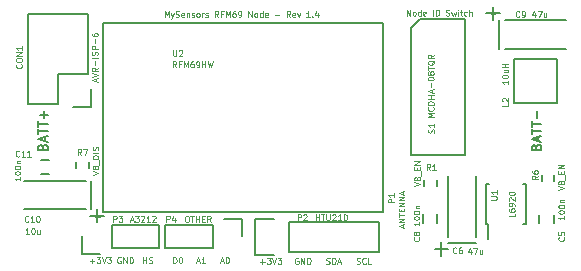
<source format=gto>
G04 #@! TF.FileFunction,Legend,Top*
%FSLAX46Y46*%
G04 Gerber Fmt 4.6, Leading zero omitted, Abs format (unit mm)*
G04 Created by KiCad (PCBNEW 4.0.4+e1-6308~48~ubuntu16.04.1-stable) date Fri Sep 23 12:35:51 2016*
%MOMM*%
%LPD*%
G01*
G04 APERTURE LIST*
%ADD10C,0.100000*%
%ADD11C,0.125000*%
%ADD12C,0.200000*%
%ADD13C,0.150000*%
%ADD14C,2.000000*%
%ADD15R,2.540000X2.540000*%
%ADD16C,2.540000*%
%ADD17R,0.600000X0.400000*%
%ADD18R,1.501140X2.148840*%
%ADD19R,0.750000X1.200000*%
%ADD20R,1.200000X0.750000*%
%ADD21R,1.270000X0.760000*%
%ADD22R,0.450000X1.450000*%
%ADD23R,3.000000X1.200000*%
%ADD24R,1.000000X3.000000*%
%ADD25C,1.998980*%
%ADD26R,1.727200X1.727200*%
%ADD27O,1.727200X1.727200*%
%ADD28R,2.148840X1.501140*%
%ADD29R,1.350000X1.350000*%
%ADD30C,1.350000*%
%ADD31R,1.727200X2.032000*%
%ADD32O,1.727200X2.032000*%
G04 APERTURE END LIST*
D10*
D11*
X111812408Y-78267690D02*
X111812408Y-77767690D01*
X111979074Y-78124833D01*
X112145741Y-77767690D01*
X112145741Y-78267690D01*
X112336218Y-77934357D02*
X112455265Y-78267690D01*
X112574313Y-77934357D02*
X112455265Y-78267690D01*
X112407646Y-78386738D01*
X112383837Y-78410548D01*
X112336218Y-78434357D01*
X112740979Y-78243881D02*
X112812408Y-78267690D01*
X112931455Y-78267690D01*
X112979074Y-78243881D01*
X113002884Y-78220071D01*
X113026693Y-78172452D01*
X113026693Y-78124833D01*
X113002884Y-78077214D01*
X112979074Y-78053405D01*
X112931455Y-78029595D01*
X112836217Y-78005786D01*
X112788598Y-77981976D01*
X112764789Y-77958167D01*
X112740979Y-77910548D01*
X112740979Y-77862929D01*
X112764789Y-77815310D01*
X112788598Y-77791500D01*
X112836217Y-77767690D01*
X112955265Y-77767690D01*
X113026693Y-77791500D01*
X113431455Y-78243881D02*
X113383836Y-78267690D01*
X113288598Y-78267690D01*
X113240979Y-78243881D01*
X113217169Y-78196262D01*
X113217169Y-78005786D01*
X113240979Y-77958167D01*
X113288598Y-77934357D01*
X113383836Y-77934357D01*
X113431455Y-77958167D01*
X113455264Y-78005786D01*
X113455264Y-78053405D01*
X113217169Y-78101024D01*
X113669550Y-77934357D02*
X113669550Y-78267690D01*
X113669550Y-77981976D02*
X113693359Y-77958167D01*
X113740978Y-77934357D01*
X113812407Y-77934357D01*
X113860026Y-77958167D01*
X113883835Y-78005786D01*
X113883835Y-78267690D01*
X114098121Y-78243881D02*
X114145740Y-78267690D01*
X114240978Y-78267690D01*
X114288597Y-78243881D01*
X114312407Y-78196262D01*
X114312407Y-78172452D01*
X114288597Y-78124833D01*
X114240978Y-78101024D01*
X114169550Y-78101024D01*
X114121931Y-78077214D01*
X114098121Y-78029595D01*
X114098121Y-78005786D01*
X114121931Y-77958167D01*
X114169550Y-77934357D01*
X114240978Y-77934357D01*
X114288597Y-77958167D01*
X114598121Y-78267690D02*
X114550502Y-78243881D01*
X114526693Y-78220071D01*
X114502883Y-78172452D01*
X114502883Y-78029595D01*
X114526693Y-77981976D01*
X114550502Y-77958167D01*
X114598121Y-77934357D01*
X114669550Y-77934357D01*
X114717169Y-77958167D01*
X114740978Y-77981976D01*
X114764788Y-78029595D01*
X114764788Y-78172452D01*
X114740978Y-78220071D01*
X114717169Y-78243881D01*
X114669550Y-78267690D01*
X114598121Y-78267690D01*
X114979074Y-78267690D02*
X114979074Y-77934357D01*
X114979074Y-78029595D02*
X115002883Y-77981976D01*
X115026693Y-77958167D01*
X115074312Y-77934357D01*
X115121931Y-77934357D01*
X115264788Y-78243881D02*
X115312407Y-78267690D01*
X115407645Y-78267690D01*
X115455264Y-78243881D01*
X115479074Y-78196262D01*
X115479074Y-78172452D01*
X115455264Y-78124833D01*
X115407645Y-78101024D01*
X115336217Y-78101024D01*
X115288598Y-78077214D01*
X115264788Y-78029595D01*
X115264788Y-78005786D01*
X115288598Y-77958167D01*
X115336217Y-77934357D01*
X115407645Y-77934357D01*
X115455264Y-77958167D01*
X116360026Y-78267690D02*
X116193359Y-78029595D01*
X116074312Y-78267690D02*
X116074312Y-77767690D01*
X116264788Y-77767690D01*
X116312407Y-77791500D01*
X116336216Y-77815310D01*
X116360026Y-77862929D01*
X116360026Y-77934357D01*
X116336216Y-77981976D01*
X116312407Y-78005786D01*
X116264788Y-78029595D01*
X116074312Y-78029595D01*
X116740978Y-78005786D02*
X116574312Y-78005786D01*
X116574312Y-78267690D02*
X116574312Y-77767690D01*
X116812407Y-77767690D01*
X117002883Y-78267690D02*
X117002883Y-77767690D01*
X117169549Y-78124833D01*
X117336216Y-77767690D01*
X117336216Y-78267690D01*
X117788597Y-77767690D02*
X117693359Y-77767690D01*
X117645740Y-77791500D01*
X117621931Y-77815310D01*
X117574312Y-77886738D01*
X117550502Y-77981976D01*
X117550502Y-78172452D01*
X117574312Y-78220071D01*
X117598121Y-78243881D01*
X117645740Y-78267690D01*
X117740978Y-78267690D01*
X117788597Y-78243881D01*
X117812407Y-78220071D01*
X117836216Y-78172452D01*
X117836216Y-78053405D01*
X117812407Y-78005786D01*
X117788597Y-77981976D01*
X117740978Y-77958167D01*
X117645740Y-77958167D01*
X117598121Y-77981976D01*
X117574312Y-78005786D01*
X117550502Y-78053405D01*
X118074311Y-78267690D02*
X118169549Y-78267690D01*
X118217168Y-78243881D01*
X118240978Y-78220071D01*
X118288597Y-78148643D01*
X118312406Y-78053405D01*
X118312406Y-77862929D01*
X118288597Y-77815310D01*
X118264787Y-77791500D01*
X118217168Y-77767690D01*
X118121930Y-77767690D01*
X118074311Y-77791500D01*
X118050502Y-77815310D01*
X118026692Y-77862929D01*
X118026692Y-77981976D01*
X118050502Y-78029595D01*
X118074311Y-78053405D01*
X118121930Y-78077214D01*
X118217168Y-78077214D01*
X118264787Y-78053405D01*
X118288597Y-78029595D01*
X118312406Y-77981976D01*
X118907644Y-78267690D02*
X118907644Y-77767690D01*
X119193358Y-78267690D01*
X119193358Y-77767690D01*
X119502882Y-78267690D02*
X119455263Y-78243881D01*
X119431454Y-78220071D01*
X119407644Y-78172452D01*
X119407644Y-78029595D01*
X119431454Y-77981976D01*
X119455263Y-77958167D01*
X119502882Y-77934357D01*
X119574311Y-77934357D01*
X119621930Y-77958167D01*
X119645739Y-77981976D01*
X119669549Y-78029595D01*
X119669549Y-78172452D01*
X119645739Y-78220071D01*
X119621930Y-78243881D01*
X119574311Y-78267690D01*
X119502882Y-78267690D01*
X120098120Y-78267690D02*
X120098120Y-77767690D01*
X120098120Y-78243881D02*
X120050501Y-78267690D01*
X119955263Y-78267690D01*
X119907644Y-78243881D01*
X119883835Y-78220071D01*
X119860025Y-78172452D01*
X119860025Y-78029595D01*
X119883835Y-77981976D01*
X119907644Y-77958167D01*
X119955263Y-77934357D01*
X120050501Y-77934357D01*
X120098120Y-77958167D01*
X120526692Y-78243881D02*
X120479073Y-78267690D01*
X120383835Y-78267690D01*
X120336216Y-78243881D01*
X120312406Y-78196262D01*
X120312406Y-78005786D01*
X120336216Y-77958167D01*
X120383835Y-77934357D01*
X120479073Y-77934357D01*
X120526692Y-77958167D01*
X120550501Y-78005786D01*
X120550501Y-78053405D01*
X120312406Y-78101024D01*
X121145739Y-78077214D02*
X121526691Y-78077214D01*
X122431453Y-78267690D02*
X122264786Y-78029595D01*
X122145739Y-78267690D02*
X122145739Y-77767690D01*
X122336215Y-77767690D01*
X122383834Y-77791500D01*
X122407643Y-77815310D01*
X122431453Y-77862929D01*
X122431453Y-77934357D01*
X122407643Y-77981976D01*
X122383834Y-78005786D01*
X122336215Y-78029595D01*
X122145739Y-78029595D01*
X122836215Y-78243881D02*
X122788596Y-78267690D01*
X122693358Y-78267690D01*
X122645739Y-78243881D01*
X122621929Y-78196262D01*
X122621929Y-78005786D01*
X122645739Y-77958167D01*
X122693358Y-77934357D01*
X122788596Y-77934357D01*
X122836215Y-77958167D01*
X122860024Y-78005786D01*
X122860024Y-78053405D01*
X122621929Y-78101024D01*
X123026691Y-77934357D02*
X123145738Y-78267690D01*
X123264786Y-77934357D01*
X124098118Y-78267690D02*
X123812404Y-78267690D01*
X123955261Y-78267690D02*
X123955261Y-77767690D01*
X123907642Y-77839119D01*
X123860023Y-77886738D01*
X123812404Y-77910548D01*
X124312404Y-78220071D02*
X124336213Y-78243881D01*
X124312404Y-78267690D01*
X124288594Y-78243881D01*
X124312404Y-78220071D01*
X124312404Y-78267690D01*
X124764784Y-77934357D02*
X124764784Y-78267690D01*
X124645737Y-77743881D02*
X124526689Y-78101024D01*
X124836213Y-78101024D01*
D12*
X101479357Y-89274476D02*
X101517452Y-89160190D01*
X101555548Y-89122095D01*
X101631738Y-89084000D01*
X101746024Y-89084000D01*
X101822214Y-89122095D01*
X101860310Y-89160190D01*
X101898405Y-89236381D01*
X101898405Y-89541143D01*
X101098405Y-89541143D01*
X101098405Y-89274476D01*
X101136500Y-89198286D01*
X101174595Y-89160190D01*
X101250786Y-89122095D01*
X101326976Y-89122095D01*
X101403167Y-89160190D01*
X101441262Y-89198286D01*
X101479357Y-89274476D01*
X101479357Y-89541143D01*
X101669833Y-88779238D02*
X101669833Y-88398286D01*
X101898405Y-88855429D02*
X101098405Y-88588762D01*
X101898405Y-88322095D01*
X101098405Y-88169715D02*
X101098405Y-87712572D01*
X101898405Y-87941143D02*
X101098405Y-87941143D01*
X101098405Y-87560191D02*
X101098405Y-87103048D01*
X101898405Y-87331619D02*
X101098405Y-87331619D01*
X101593643Y-86836381D02*
X101593643Y-86226857D01*
X101898405Y-86531619D02*
X101288881Y-86531619D01*
X143262357Y-89274476D02*
X143300452Y-89160190D01*
X143338548Y-89122095D01*
X143414738Y-89084000D01*
X143529024Y-89084000D01*
X143605214Y-89122095D01*
X143643310Y-89160190D01*
X143681405Y-89236381D01*
X143681405Y-89541143D01*
X142881405Y-89541143D01*
X142881405Y-89274476D01*
X142919500Y-89198286D01*
X142957595Y-89160190D01*
X143033786Y-89122095D01*
X143109976Y-89122095D01*
X143186167Y-89160190D01*
X143224262Y-89198286D01*
X143262357Y-89274476D01*
X143262357Y-89541143D01*
X143452833Y-88779238D02*
X143452833Y-88398286D01*
X143681405Y-88855429D02*
X142881405Y-88588762D01*
X143681405Y-88322095D01*
X142881405Y-88169715D02*
X142881405Y-87712572D01*
X143681405Y-87941143D02*
X142881405Y-87941143D01*
X142881405Y-87560191D02*
X142881405Y-87103048D01*
X143681405Y-87331619D02*
X142881405Y-87331619D01*
X143376643Y-86836381D02*
X143376643Y-86226857D01*
D11*
X132302597Y-78140690D02*
X132302597Y-77640690D01*
X132588311Y-78140690D01*
X132588311Y-77640690D01*
X132897835Y-78140690D02*
X132850216Y-78116881D01*
X132826407Y-78093071D01*
X132802597Y-78045452D01*
X132802597Y-77902595D01*
X132826407Y-77854976D01*
X132850216Y-77831167D01*
X132897835Y-77807357D01*
X132969264Y-77807357D01*
X133016883Y-77831167D01*
X133040692Y-77854976D01*
X133064502Y-77902595D01*
X133064502Y-78045452D01*
X133040692Y-78093071D01*
X133016883Y-78116881D01*
X132969264Y-78140690D01*
X132897835Y-78140690D01*
X133493073Y-78140690D02*
X133493073Y-77640690D01*
X133493073Y-78116881D02*
X133445454Y-78140690D01*
X133350216Y-78140690D01*
X133302597Y-78116881D01*
X133278788Y-78093071D01*
X133254978Y-78045452D01*
X133254978Y-77902595D01*
X133278788Y-77854976D01*
X133302597Y-77831167D01*
X133350216Y-77807357D01*
X133445454Y-77807357D01*
X133493073Y-77831167D01*
X133921645Y-78116881D02*
X133874026Y-78140690D01*
X133778788Y-78140690D01*
X133731169Y-78116881D01*
X133707359Y-78069262D01*
X133707359Y-77878786D01*
X133731169Y-77831167D01*
X133778788Y-77807357D01*
X133874026Y-77807357D01*
X133921645Y-77831167D01*
X133945454Y-77878786D01*
X133945454Y-77926405D01*
X133707359Y-77974024D01*
X134540692Y-78140690D02*
X134540692Y-77640690D01*
X134778787Y-78140690D02*
X134778787Y-77640690D01*
X134897834Y-77640690D01*
X134969263Y-77664500D01*
X135016882Y-77712119D01*
X135040691Y-77759738D01*
X135064501Y-77854976D01*
X135064501Y-77926405D01*
X135040691Y-78021643D01*
X135016882Y-78069262D01*
X134969263Y-78116881D01*
X134897834Y-78140690D01*
X134778787Y-78140690D01*
X135635929Y-78116881D02*
X135707358Y-78140690D01*
X135826405Y-78140690D01*
X135874024Y-78116881D01*
X135897834Y-78093071D01*
X135921643Y-78045452D01*
X135921643Y-77997833D01*
X135897834Y-77950214D01*
X135874024Y-77926405D01*
X135826405Y-77902595D01*
X135731167Y-77878786D01*
X135683548Y-77854976D01*
X135659739Y-77831167D01*
X135635929Y-77783548D01*
X135635929Y-77735929D01*
X135659739Y-77688310D01*
X135683548Y-77664500D01*
X135731167Y-77640690D01*
X135850215Y-77640690D01*
X135921643Y-77664500D01*
X136088310Y-77807357D02*
X136183548Y-78140690D01*
X136278786Y-77902595D01*
X136374024Y-78140690D01*
X136469262Y-77807357D01*
X136659739Y-78140690D02*
X136659739Y-77807357D01*
X136659739Y-77640690D02*
X136635929Y-77664500D01*
X136659739Y-77688310D01*
X136683548Y-77664500D01*
X136659739Y-77640690D01*
X136659739Y-77688310D01*
X136826405Y-77807357D02*
X137016881Y-77807357D01*
X136897834Y-77640690D02*
X136897834Y-78069262D01*
X136921643Y-78116881D01*
X136969262Y-78140690D01*
X137016881Y-78140690D01*
X137397833Y-78116881D02*
X137350214Y-78140690D01*
X137254976Y-78140690D01*
X137207357Y-78116881D01*
X137183548Y-78093071D01*
X137159738Y-78045452D01*
X137159738Y-77902595D01*
X137183548Y-77854976D01*
X137207357Y-77831167D01*
X137254976Y-77807357D01*
X137350214Y-77807357D01*
X137397833Y-77831167D01*
X137612119Y-78140690D02*
X137612119Y-77640690D01*
X137826404Y-78140690D02*
X137826404Y-77878786D01*
X137802595Y-77831167D01*
X137754976Y-77807357D01*
X137683547Y-77807357D01*
X137635928Y-77831167D01*
X137612119Y-77854976D01*
X123126547Y-98683000D02*
X123078928Y-98659190D01*
X123007500Y-98659190D01*
X122936071Y-98683000D01*
X122888452Y-98730619D01*
X122864643Y-98778238D01*
X122840833Y-98873476D01*
X122840833Y-98944905D01*
X122864643Y-99040143D01*
X122888452Y-99087762D01*
X122936071Y-99135381D01*
X123007500Y-99159190D01*
X123055119Y-99159190D01*
X123126547Y-99135381D01*
X123150357Y-99111571D01*
X123150357Y-98944905D01*
X123055119Y-98944905D01*
X123364643Y-99159190D02*
X123364643Y-98659190D01*
X123650357Y-99159190D01*
X123650357Y-98659190D01*
X123888453Y-99159190D02*
X123888453Y-98659190D01*
X124007500Y-98659190D01*
X124078929Y-98683000D01*
X124126548Y-98730619D01*
X124150357Y-98778238D01*
X124174167Y-98873476D01*
X124174167Y-98944905D01*
X124150357Y-99040143D01*
X124126548Y-99087762D01*
X124078929Y-99135381D01*
X124007500Y-99159190D01*
X123888453Y-99159190D01*
X119896049Y-98968714D02*
X120277001Y-98968714D01*
X120086525Y-99159190D02*
X120086525Y-98778238D01*
X120467478Y-98659190D02*
X120777001Y-98659190D01*
X120610335Y-98849667D01*
X120681763Y-98849667D01*
X120729382Y-98873476D01*
X120753192Y-98897286D01*
X120777001Y-98944905D01*
X120777001Y-99063952D01*
X120753192Y-99111571D01*
X120729382Y-99135381D01*
X120681763Y-99159190D01*
X120538906Y-99159190D01*
X120491287Y-99135381D01*
X120467478Y-99111571D01*
X120919858Y-98659190D02*
X121086525Y-99159190D01*
X121253191Y-98659190D01*
X121372239Y-98659190D02*
X121681762Y-98659190D01*
X121515096Y-98849667D01*
X121586524Y-98849667D01*
X121634143Y-98873476D01*
X121657953Y-98897286D01*
X121681762Y-98944905D01*
X121681762Y-99063952D01*
X121657953Y-99111571D01*
X121634143Y-99135381D01*
X121586524Y-99159190D01*
X121443667Y-99159190D01*
X121396048Y-99135381D01*
X121372239Y-99111571D01*
X125503858Y-99135381D02*
X125575287Y-99159190D01*
X125694334Y-99159190D01*
X125741953Y-99135381D01*
X125765763Y-99111571D01*
X125789572Y-99063952D01*
X125789572Y-99016333D01*
X125765763Y-98968714D01*
X125741953Y-98944905D01*
X125694334Y-98921095D01*
X125599096Y-98897286D01*
X125551477Y-98873476D01*
X125527668Y-98849667D01*
X125503858Y-98802048D01*
X125503858Y-98754429D01*
X125527668Y-98706810D01*
X125551477Y-98683000D01*
X125599096Y-98659190D01*
X125718144Y-98659190D01*
X125789572Y-98683000D01*
X126003858Y-99159190D02*
X126003858Y-98659190D01*
X126122905Y-98659190D01*
X126194334Y-98683000D01*
X126241953Y-98730619D01*
X126265762Y-98778238D01*
X126289572Y-98873476D01*
X126289572Y-98944905D01*
X126265762Y-99040143D01*
X126241953Y-99087762D01*
X126194334Y-99135381D01*
X126122905Y-99159190D01*
X126003858Y-99159190D01*
X126480048Y-99016333D02*
X126718143Y-99016333D01*
X126432429Y-99159190D02*
X126599096Y-98659190D01*
X126765762Y-99159190D01*
X128055762Y-99135381D02*
X128127191Y-99159190D01*
X128246238Y-99159190D01*
X128293857Y-99135381D01*
X128317667Y-99111571D01*
X128341476Y-99063952D01*
X128341476Y-99016333D01*
X128317667Y-98968714D01*
X128293857Y-98944905D01*
X128246238Y-98921095D01*
X128151000Y-98897286D01*
X128103381Y-98873476D01*
X128079572Y-98849667D01*
X128055762Y-98802048D01*
X128055762Y-98754429D01*
X128079572Y-98706810D01*
X128103381Y-98683000D01*
X128151000Y-98659190D01*
X128270048Y-98659190D01*
X128341476Y-98683000D01*
X128841476Y-99111571D02*
X128817666Y-99135381D01*
X128746238Y-99159190D01*
X128698619Y-99159190D01*
X128627190Y-99135381D01*
X128579571Y-99087762D01*
X128555762Y-99040143D01*
X128531952Y-98944905D01*
X128531952Y-98873476D01*
X128555762Y-98778238D01*
X128579571Y-98730619D01*
X128627190Y-98683000D01*
X128698619Y-98659190D01*
X128746238Y-98659190D01*
X128817666Y-98683000D01*
X128841476Y-98706810D01*
X129293857Y-99159190D02*
X129055762Y-99159190D01*
X129055762Y-98659190D01*
X105481549Y-98905214D02*
X105862501Y-98905214D01*
X105672025Y-99095690D02*
X105672025Y-98714738D01*
X106052978Y-98595690D02*
X106362501Y-98595690D01*
X106195835Y-98786167D01*
X106267263Y-98786167D01*
X106314882Y-98809976D01*
X106338692Y-98833786D01*
X106362501Y-98881405D01*
X106362501Y-99000452D01*
X106338692Y-99048071D01*
X106314882Y-99071881D01*
X106267263Y-99095690D01*
X106124406Y-99095690D01*
X106076787Y-99071881D01*
X106052978Y-99048071D01*
X106505358Y-98595690D02*
X106672025Y-99095690D01*
X106838691Y-98595690D01*
X106957739Y-98595690D02*
X107267262Y-98595690D01*
X107100596Y-98786167D01*
X107172024Y-98786167D01*
X107219643Y-98809976D01*
X107243453Y-98833786D01*
X107267262Y-98881405D01*
X107267262Y-99000452D01*
X107243453Y-99048071D01*
X107219643Y-99071881D01*
X107172024Y-99095690D01*
X107029167Y-99095690D01*
X106981548Y-99071881D01*
X106957739Y-99048071D01*
X108077047Y-98619500D02*
X108029428Y-98595690D01*
X107958000Y-98595690D01*
X107886571Y-98619500D01*
X107838952Y-98667119D01*
X107815143Y-98714738D01*
X107791333Y-98809976D01*
X107791333Y-98881405D01*
X107815143Y-98976643D01*
X107838952Y-99024262D01*
X107886571Y-99071881D01*
X107958000Y-99095690D01*
X108005619Y-99095690D01*
X108077047Y-99071881D01*
X108100857Y-99048071D01*
X108100857Y-98881405D01*
X108005619Y-98881405D01*
X108315143Y-99095690D02*
X108315143Y-98595690D01*
X108600857Y-99095690D01*
X108600857Y-98595690D01*
X108838953Y-99095690D02*
X108838953Y-98595690D01*
X108958000Y-98595690D01*
X109029429Y-98619500D01*
X109077048Y-98667119D01*
X109100857Y-98714738D01*
X109124667Y-98809976D01*
X109124667Y-98881405D01*
X109100857Y-98976643D01*
X109077048Y-99024262D01*
X109029429Y-99071881D01*
X108958000Y-99095690D01*
X108838953Y-99095690D01*
X109982048Y-99095690D02*
X109982048Y-98595690D01*
X109982048Y-98833786D02*
X110267762Y-98833786D01*
X110267762Y-99095690D02*
X110267762Y-98595690D01*
X110482048Y-99071881D02*
X110553477Y-99095690D01*
X110672524Y-99095690D01*
X110720143Y-99071881D01*
X110743953Y-99048071D01*
X110767762Y-99000452D01*
X110767762Y-98952833D01*
X110743953Y-98905214D01*
X110720143Y-98881405D01*
X110672524Y-98857595D01*
X110577286Y-98833786D01*
X110529667Y-98809976D01*
X110505858Y-98786167D01*
X110482048Y-98738548D01*
X110482048Y-98690929D01*
X110505858Y-98643310D01*
X110529667Y-98619500D01*
X110577286Y-98595690D01*
X110696334Y-98595690D01*
X110767762Y-98619500D01*
X112533953Y-99095690D02*
X112533953Y-98595690D01*
X112653000Y-98595690D01*
X112724429Y-98619500D01*
X112772048Y-98667119D01*
X112795857Y-98714738D01*
X112819667Y-98809976D01*
X112819667Y-98881405D01*
X112795857Y-98976643D01*
X112772048Y-99024262D01*
X112724429Y-99071881D01*
X112653000Y-99095690D01*
X112533953Y-99095690D01*
X113129191Y-98595690D02*
X113176810Y-98595690D01*
X113224429Y-98619500D01*
X113248238Y-98643310D01*
X113272048Y-98690929D01*
X113295857Y-98786167D01*
X113295857Y-98905214D01*
X113272048Y-99000452D01*
X113248238Y-99048071D01*
X113224429Y-99071881D01*
X113176810Y-99095690D01*
X113129191Y-99095690D01*
X113081572Y-99071881D01*
X113057762Y-99048071D01*
X113033953Y-99000452D01*
X113010143Y-98905214D01*
X113010143Y-98786167D01*
X113033953Y-98690929D01*
X113057762Y-98643310D01*
X113081572Y-98619500D01*
X113129191Y-98595690D01*
X114514358Y-98952833D02*
X114752453Y-98952833D01*
X114466739Y-99095690D02*
X114633406Y-98595690D01*
X114800072Y-99095690D01*
X115228643Y-99095690D02*
X114942929Y-99095690D01*
X115085786Y-99095690D02*
X115085786Y-98595690D01*
X115038167Y-98667119D01*
X114990548Y-98714738D01*
X114942929Y-98738548D01*
X116546358Y-98952833D02*
X116784453Y-98952833D01*
X116498739Y-99095690D02*
X116665406Y-98595690D01*
X116832072Y-99095690D01*
X117093977Y-98595690D02*
X117141596Y-98595690D01*
X117189215Y-98619500D01*
X117213024Y-98643310D01*
X117236834Y-98690929D01*
X117260643Y-98786167D01*
X117260643Y-98905214D01*
X117236834Y-99000452D01*
X117213024Y-99048071D01*
X117189215Y-99071881D01*
X117141596Y-99095690D01*
X117093977Y-99095690D01*
X117046358Y-99071881D01*
X117022548Y-99048071D01*
X116998739Y-99000452D01*
X116974929Y-98905214D01*
X116974929Y-98786167D01*
X116998739Y-98690929D01*
X117022548Y-98643310D01*
X117046358Y-98619500D01*
X117093977Y-98595690D01*
D13*
X104313500Y-90555000D02*
X104313500Y-91055000D01*
X105363500Y-91055000D02*
X105363500Y-90555000D01*
X138168380Y-96898460D02*
X138168380Y-91696540D01*
X135770620Y-91696540D02*
X135770620Y-96898460D01*
X134670800Y-97896680D02*
X135770620Y-97896680D01*
X135171180Y-98496120D02*
X135171180Y-97297240D01*
X135770620Y-97393760D02*
X138168380Y-97393760D01*
X143545000Y-95727000D02*
X143545000Y-95027000D01*
X144745000Y-95027000D02*
X144745000Y-95727000D01*
X134902500Y-94966000D02*
X134902500Y-95666000D01*
X133702500Y-95666000D02*
X133702500Y-94966000D01*
X102013500Y-91532000D02*
X101313500Y-91532000D01*
X101313500Y-90332000D02*
X102013500Y-90332000D01*
X133777500Y-92079000D02*
X133777500Y-92579000D01*
X134827500Y-92579000D02*
X134827500Y-92079000D01*
X143747000Y-91634500D02*
X143747000Y-92134500D01*
X144797000Y-92134500D02*
X144797000Y-91634500D01*
X132627500Y-79226000D02*
X133427500Y-78426000D01*
X133427500Y-78426000D02*
X137247500Y-78426000D01*
X137247500Y-78426000D02*
X137247500Y-89976000D01*
X137247500Y-89976000D02*
X132627500Y-89976000D01*
X132627500Y-89976000D02*
X132627500Y-79226000D01*
X139041000Y-95782000D02*
X139216000Y-95782000D01*
X139041000Y-92432000D02*
X139291000Y-92432000D01*
X142391000Y-92432000D02*
X142141000Y-92432000D01*
X142391000Y-95782000D02*
X142141000Y-95782000D01*
X139041000Y-95782000D02*
X139041000Y-92432000D01*
X142391000Y-95782000D02*
X142391000Y-92432000D01*
X139216000Y-95782000D02*
X139216000Y-97032000D01*
X106582000Y-94756000D02*
X106582000Y-78756000D01*
X130282000Y-94756000D02*
X106582000Y-94756000D01*
X130282000Y-78756000D02*
X130282000Y-94756000D01*
X106582000Y-78756000D02*
X130282000Y-78756000D01*
X141401800Y-81859120D02*
X141401800Y-85529428D01*
X141401800Y-85529420D02*
X145011140Y-85529420D01*
X145013680Y-85526880D02*
X145013680Y-81859120D01*
X145013684Y-81859120D02*
X141401800Y-81859120D01*
X105283000Y-83058000D02*
X105283000Y-77978000D01*
X105563000Y-85878000D02*
X104013000Y-85878000D01*
X102743000Y-85598000D02*
X102743000Y-83058000D01*
X102743000Y-83058000D02*
X105283000Y-83058000D01*
X105283000Y-77978000D02*
X100203000Y-77978000D01*
X100203000Y-77978000D02*
X100203000Y-83058000D01*
X105563000Y-85878000D02*
X105563000Y-84328000D01*
X100203000Y-85598000D02*
X102743000Y-85598000D01*
X100203000Y-83058000D02*
X100203000Y-85598000D01*
X140591540Y-80954880D02*
X145793460Y-80954880D01*
X145793460Y-78557120D02*
X140591540Y-78557120D01*
X139593320Y-77457300D02*
X139593320Y-78557120D01*
X138993880Y-77957680D02*
X140192760Y-77957680D01*
X140096240Y-78557120D02*
X140096240Y-80954880D01*
X105112820Y-92146120D02*
X99910900Y-92146120D01*
X99910900Y-94543880D02*
X105112820Y-94543880D01*
X106111040Y-95643700D02*
X106111040Y-94543880D01*
X106710480Y-95143320D02*
X105511600Y-95143320D01*
X105608120Y-94543880D02*
X105608120Y-92146120D01*
X107331000Y-97837500D02*
X107331000Y-95837500D01*
X107331000Y-95837500D02*
X111331000Y-95837500D01*
X111331000Y-95837500D02*
X111331000Y-97837500D01*
X111331000Y-97837500D02*
X107331000Y-97837500D01*
X106331000Y-98337500D02*
X104831000Y-98337500D01*
X104831000Y-98337500D02*
X104831000Y-96837500D01*
X115871500Y-95837500D02*
X115871500Y-97837500D01*
X115871500Y-97837500D02*
X111871500Y-97837500D01*
X111871500Y-97837500D02*
X111871500Y-95837500D01*
X111871500Y-95837500D02*
X115871500Y-95837500D01*
X116871500Y-95337500D02*
X118371500Y-95337500D01*
X118371500Y-95337500D02*
X118371500Y-96837500D01*
X122301000Y-98171000D02*
X129921000Y-98171000D01*
X122301000Y-95631000D02*
X129921000Y-95631000D01*
X119481000Y-95351000D02*
X121031000Y-95351000D01*
X129921000Y-98171000D02*
X129921000Y-95631000D01*
X122301000Y-95631000D02*
X122301000Y-98171000D01*
X121031000Y-98451000D02*
X119481000Y-98451000D01*
X119481000Y-98451000D02*
X119481000Y-95351000D01*
D11*
X104755167Y-89951690D02*
X104588500Y-89713595D01*
X104469453Y-89951690D02*
X104469453Y-89451690D01*
X104659929Y-89451690D01*
X104707548Y-89475500D01*
X104731357Y-89499310D01*
X104755167Y-89546929D01*
X104755167Y-89618357D01*
X104731357Y-89665976D01*
X104707548Y-89689786D01*
X104659929Y-89713595D01*
X104469453Y-89713595D01*
X104921834Y-89451690D02*
X105255167Y-89451690D01*
X105040881Y-89951690D01*
X105707690Y-91638285D02*
X106207690Y-91471618D01*
X105707690Y-91304952D01*
X105945786Y-90971619D02*
X105969595Y-90900190D01*
X105993405Y-90876381D01*
X106041024Y-90852571D01*
X106112452Y-90852571D01*
X106160071Y-90876381D01*
X106183881Y-90900190D01*
X106207690Y-90947809D01*
X106207690Y-91138285D01*
X105707690Y-91138285D01*
X105707690Y-90971619D01*
X105731500Y-90924000D01*
X105755310Y-90900190D01*
X105802929Y-90876381D01*
X105850548Y-90876381D01*
X105898167Y-90900190D01*
X105921976Y-90924000D01*
X105945786Y-90971619D01*
X105945786Y-91138285D01*
X106255310Y-90757333D02*
X106255310Y-90376381D01*
X106207690Y-90257333D02*
X105707690Y-90257333D01*
X105707690Y-90138286D01*
X105731500Y-90066857D01*
X105779119Y-90019238D01*
X105826738Y-89995429D01*
X105921976Y-89971619D01*
X105993405Y-89971619D01*
X106088643Y-89995429D01*
X106136262Y-90019238D01*
X106183881Y-90066857D01*
X106207690Y-90138286D01*
X106207690Y-90257333D01*
X106207690Y-89757333D02*
X105707690Y-89757333D01*
X106183881Y-89543048D02*
X106207690Y-89471619D01*
X106207690Y-89352572D01*
X106183881Y-89304953D01*
X106160071Y-89281143D01*
X106112452Y-89257334D01*
X106064833Y-89257334D01*
X106017214Y-89281143D01*
X105993405Y-89304953D01*
X105969595Y-89352572D01*
X105945786Y-89447810D01*
X105921976Y-89495429D01*
X105898167Y-89519238D01*
X105850548Y-89543048D01*
X105802929Y-89543048D01*
X105755310Y-89519238D01*
X105731500Y-89495429D01*
X105707690Y-89447810D01*
X105707690Y-89328762D01*
X105731500Y-89257334D01*
X136505167Y-98222571D02*
X136481357Y-98246381D01*
X136409929Y-98270190D01*
X136362310Y-98270190D01*
X136290881Y-98246381D01*
X136243262Y-98198762D01*
X136219453Y-98151143D01*
X136195643Y-98055905D01*
X136195643Y-97984476D01*
X136219453Y-97889238D01*
X136243262Y-97841619D01*
X136290881Y-97794000D01*
X136362310Y-97770190D01*
X136409929Y-97770190D01*
X136481357Y-97794000D01*
X136505167Y-97817810D01*
X136933738Y-97770190D02*
X136838500Y-97770190D01*
X136790881Y-97794000D01*
X136767072Y-97817810D01*
X136719453Y-97889238D01*
X136695643Y-97984476D01*
X136695643Y-98174952D01*
X136719453Y-98222571D01*
X136743262Y-98246381D01*
X136790881Y-98270190D01*
X136886119Y-98270190D01*
X136933738Y-98246381D01*
X136957548Y-98222571D01*
X136981357Y-98174952D01*
X136981357Y-98055905D01*
X136957548Y-98008286D01*
X136933738Y-97984476D01*
X136886119Y-97960667D01*
X136790881Y-97960667D01*
X136743262Y-97984476D01*
X136719453Y-98008286D01*
X136695643Y-98055905D01*
X137743453Y-98000357D02*
X137743453Y-98333690D01*
X137624406Y-97809881D02*
X137505358Y-98167024D01*
X137814882Y-98167024D01*
X137957739Y-97833690D02*
X138291072Y-97833690D01*
X138076786Y-98333690D01*
X138695833Y-98000357D02*
X138695833Y-98333690D01*
X138481548Y-98000357D02*
X138481548Y-98262262D01*
X138505357Y-98309881D01*
X138552976Y-98333690D01*
X138624405Y-98333690D01*
X138672024Y-98309881D01*
X138695833Y-98286071D01*
X135204354Y-98087156D02*
X135204354Y-97706204D01*
X135394830Y-97896680D02*
X135013878Y-97896680D01*
X145593571Y-96918333D02*
X145617381Y-96942143D01*
X145641190Y-97013571D01*
X145641190Y-97061190D01*
X145617381Y-97132619D01*
X145569762Y-97180238D01*
X145522143Y-97204047D01*
X145426905Y-97227857D01*
X145355476Y-97227857D01*
X145260238Y-97204047D01*
X145212619Y-97180238D01*
X145165000Y-97132619D01*
X145141190Y-97061190D01*
X145141190Y-97013571D01*
X145165000Y-96942143D01*
X145188810Y-96918333D01*
X145141190Y-96465952D02*
X145141190Y-96704047D01*
X145379286Y-96727857D01*
X145355476Y-96704047D01*
X145331667Y-96656428D01*
X145331667Y-96537381D01*
X145355476Y-96489762D01*
X145379286Y-96465952D01*
X145426905Y-96442143D01*
X145545952Y-96442143D01*
X145593571Y-96465952D01*
X145617381Y-96489762D01*
X145641190Y-96537381D01*
X145641190Y-96656428D01*
X145617381Y-96704047D01*
X145593571Y-96727857D01*
X145641190Y-95108523D02*
X145641190Y-95394237D01*
X145641190Y-95251380D02*
X145141190Y-95251380D01*
X145212619Y-95298999D01*
X145260238Y-95346618D01*
X145284048Y-95394237D01*
X145141190Y-94798999D02*
X145141190Y-94751380D01*
X145165000Y-94703761D01*
X145188810Y-94679952D01*
X145236429Y-94656142D01*
X145331667Y-94632333D01*
X145450714Y-94632333D01*
X145545952Y-94656142D01*
X145593571Y-94679952D01*
X145617381Y-94703761D01*
X145641190Y-94751380D01*
X145641190Y-94798999D01*
X145617381Y-94846618D01*
X145593571Y-94870428D01*
X145545952Y-94894237D01*
X145450714Y-94918047D01*
X145331667Y-94918047D01*
X145236429Y-94894237D01*
X145188810Y-94870428D01*
X145165000Y-94846618D01*
X145141190Y-94798999D01*
X145141190Y-94322809D02*
X145141190Y-94275190D01*
X145165000Y-94227571D01*
X145188810Y-94203762D01*
X145236429Y-94179952D01*
X145331667Y-94156143D01*
X145450714Y-94156143D01*
X145545952Y-94179952D01*
X145593571Y-94203762D01*
X145617381Y-94227571D01*
X145641190Y-94275190D01*
X145641190Y-94322809D01*
X145617381Y-94370428D01*
X145593571Y-94394238D01*
X145545952Y-94418047D01*
X145450714Y-94441857D01*
X145331667Y-94441857D01*
X145236429Y-94418047D01*
X145188810Y-94394238D01*
X145165000Y-94370428D01*
X145141190Y-94322809D01*
X145307857Y-93941857D02*
X145641190Y-93941857D01*
X145355476Y-93941857D02*
X145331667Y-93918048D01*
X145307857Y-93870429D01*
X145307857Y-93799000D01*
X145331667Y-93751381D01*
X145379286Y-93727572D01*
X145641190Y-93727572D01*
X133338071Y-96920833D02*
X133361881Y-96944643D01*
X133385690Y-97016071D01*
X133385690Y-97063690D01*
X133361881Y-97135119D01*
X133314262Y-97182738D01*
X133266643Y-97206547D01*
X133171405Y-97230357D01*
X133099976Y-97230357D01*
X133004738Y-97206547D01*
X132957119Y-97182738D01*
X132909500Y-97135119D01*
X132885690Y-97063690D01*
X132885690Y-97016071D01*
X132909500Y-96944643D01*
X132933310Y-96920833D01*
X133099976Y-96635119D02*
X133076167Y-96682738D01*
X133052357Y-96706547D01*
X133004738Y-96730357D01*
X132980929Y-96730357D01*
X132933310Y-96706547D01*
X132909500Y-96682738D01*
X132885690Y-96635119D01*
X132885690Y-96539881D01*
X132909500Y-96492262D01*
X132933310Y-96468452D01*
X132980929Y-96444643D01*
X133004738Y-96444643D01*
X133052357Y-96468452D01*
X133076167Y-96492262D01*
X133099976Y-96539881D01*
X133099976Y-96635119D01*
X133123786Y-96682738D01*
X133147595Y-96706547D01*
X133195214Y-96730357D01*
X133290452Y-96730357D01*
X133338071Y-96706547D01*
X133361881Y-96682738D01*
X133385690Y-96635119D01*
X133385690Y-96539881D01*
X133361881Y-96492262D01*
X133338071Y-96468452D01*
X133290452Y-96444643D01*
X133195214Y-96444643D01*
X133147595Y-96468452D01*
X133123786Y-96492262D01*
X133099976Y-96539881D01*
X133385690Y-95619023D02*
X133385690Y-95904737D01*
X133385690Y-95761880D02*
X132885690Y-95761880D01*
X132957119Y-95809499D01*
X133004738Y-95857118D01*
X133028548Y-95904737D01*
X132885690Y-95309499D02*
X132885690Y-95261880D01*
X132909500Y-95214261D01*
X132933310Y-95190452D01*
X132980929Y-95166642D01*
X133076167Y-95142833D01*
X133195214Y-95142833D01*
X133290452Y-95166642D01*
X133338071Y-95190452D01*
X133361881Y-95214261D01*
X133385690Y-95261880D01*
X133385690Y-95309499D01*
X133361881Y-95357118D01*
X133338071Y-95380928D01*
X133290452Y-95404737D01*
X133195214Y-95428547D01*
X133076167Y-95428547D01*
X132980929Y-95404737D01*
X132933310Y-95380928D01*
X132909500Y-95357118D01*
X132885690Y-95309499D01*
X132885690Y-94833309D02*
X132885690Y-94785690D01*
X132909500Y-94738071D01*
X132933310Y-94714262D01*
X132980929Y-94690452D01*
X133076167Y-94666643D01*
X133195214Y-94666643D01*
X133290452Y-94690452D01*
X133338071Y-94714262D01*
X133361881Y-94738071D01*
X133385690Y-94785690D01*
X133385690Y-94833309D01*
X133361881Y-94880928D01*
X133338071Y-94904738D01*
X133290452Y-94928547D01*
X133195214Y-94952357D01*
X133076167Y-94952357D01*
X132980929Y-94928547D01*
X132933310Y-94904738D01*
X132909500Y-94880928D01*
X132885690Y-94833309D01*
X133052357Y-94452357D02*
X133385690Y-94452357D01*
X133099976Y-94452357D02*
X133076167Y-94428548D01*
X133052357Y-94380929D01*
X133052357Y-94309500D01*
X133076167Y-94261881D01*
X133123786Y-94238072D01*
X133385690Y-94238072D01*
X99500572Y-90031071D02*
X99476762Y-90054881D01*
X99405334Y-90078690D01*
X99357715Y-90078690D01*
X99286286Y-90054881D01*
X99238667Y-90007262D01*
X99214858Y-89959643D01*
X99191048Y-89864405D01*
X99191048Y-89792976D01*
X99214858Y-89697738D01*
X99238667Y-89650119D01*
X99286286Y-89602500D01*
X99357715Y-89578690D01*
X99405334Y-89578690D01*
X99476762Y-89602500D01*
X99500572Y-89626310D01*
X99976762Y-90078690D02*
X99691048Y-90078690D01*
X99833905Y-90078690D02*
X99833905Y-89578690D01*
X99786286Y-89650119D01*
X99738667Y-89697738D01*
X99691048Y-89721548D01*
X100452952Y-90078690D02*
X100167238Y-90078690D01*
X100310095Y-90078690D02*
X100310095Y-89578690D01*
X100262476Y-89650119D01*
X100214857Y-89697738D01*
X100167238Y-89721548D01*
X99603690Y-91809023D02*
X99603690Y-92094737D01*
X99603690Y-91951880D02*
X99103690Y-91951880D01*
X99175119Y-91999499D01*
X99222738Y-92047118D01*
X99246548Y-92094737D01*
X99103690Y-91499499D02*
X99103690Y-91451880D01*
X99127500Y-91404261D01*
X99151310Y-91380452D01*
X99198929Y-91356642D01*
X99294167Y-91332833D01*
X99413214Y-91332833D01*
X99508452Y-91356642D01*
X99556071Y-91380452D01*
X99579881Y-91404261D01*
X99603690Y-91451880D01*
X99603690Y-91499499D01*
X99579881Y-91547118D01*
X99556071Y-91570928D01*
X99508452Y-91594737D01*
X99413214Y-91618547D01*
X99294167Y-91618547D01*
X99198929Y-91594737D01*
X99151310Y-91570928D01*
X99127500Y-91547118D01*
X99103690Y-91499499D01*
X99103690Y-91023309D02*
X99103690Y-90975690D01*
X99127500Y-90928071D01*
X99151310Y-90904262D01*
X99198929Y-90880452D01*
X99294167Y-90856643D01*
X99413214Y-90856643D01*
X99508452Y-90880452D01*
X99556071Y-90904262D01*
X99579881Y-90928071D01*
X99603690Y-90975690D01*
X99603690Y-91023309D01*
X99579881Y-91070928D01*
X99556071Y-91094738D01*
X99508452Y-91118547D01*
X99413214Y-91142357D01*
X99294167Y-91142357D01*
X99198929Y-91118547D01*
X99151310Y-91094738D01*
X99127500Y-91070928D01*
X99103690Y-91023309D01*
X99270357Y-90642357D02*
X99603690Y-90642357D01*
X99317976Y-90642357D02*
X99294167Y-90618548D01*
X99270357Y-90570929D01*
X99270357Y-90499500D01*
X99294167Y-90451881D01*
X99341786Y-90428072D01*
X99603690Y-90428072D01*
X134282667Y-91221690D02*
X134116000Y-90983595D01*
X133996953Y-91221690D02*
X133996953Y-90721690D01*
X134187429Y-90721690D01*
X134235048Y-90745500D01*
X134258857Y-90769310D01*
X134282667Y-90816929D01*
X134282667Y-90888357D01*
X134258857Y-90935976D01*
X134235048Y-90959786D01*
X134187429Y-90983595D01*
X133996953Y-90983595D01*
X134758857Y-91221690D02*
X134473143Y-91221690D01*
X134616000Y-91221690D02*
X134616000Y-90721690D01*
X134568381Y-90793119D01*
X134520762Y-90840738D01*
X134473143Y-90864548D01*
X132949190Y-92598738D02*
X133449190Y-92432071D01*
X132949190Y-92265405D01*
X133187286Y-91932072D02*
X133211095Y-91860643D01*
X133234905Y-91836834D01*
X133282524Y-91813024D01*
X133353952Y-91813024D01*
X133401571Y-91836834D01*
X133425381Y-91860643D01*
X133449190Y-91908262D01*
X133449190Y-92098738D01*
X132949190Y-92098738D01*
X132949190Y-91932072D01*
X132973000Y-91884453D01*
X132996810Y-91860643D01*
X133044429Y-91836834D01*
X133092048Y-91836834D01*
X133139667Y-91860643D01*
X133163476Y-91884453D01*
X133187286Y-91932072D01*
X133187286Y-92098738D01*
X133496810Y-91717786D02*
X133496810Y-91336834D01*
X133187286Y-91217786D02*
X133187286Y-91051120D01*
X133449190Y-90979691D02*
X133449190Y-91217786D01*
X132949190Y-91217786D01*
X132949190Y-90979691D01*
X133449190Y-90765405D02*
X132949190Y-90765405D01*
X133449190Y-90479691D01*
X132949190Y-90479691D01*
X143418690Y-91713833D02*
X143180595Y-91880500D01*
X143418690Y-91999547D02*
X142918690Y-91999547D01*
X142918690Y-91809071D01*
X142942500Y-91761452D01*
X142966310Y-91737643D01*
X143013929Y-91713833D01*
X143085357Y-91713833D01*
X143132976Y-91737643D01*
X143156786Y-91761452D01*
X143180595Y-91809071D01*
X143180595Y-91999547D01*
X142918690Y-91285262D02*
X142918690Y-91380500D01*
X142942500Y-91428119D01*
X142966310Y-91451928D01*
X143037738Y-91499547D01*
X143132976Y-91523357D01*
X143323452Y-91523357D01*
X143371071Y-91499547D01*
X143394881Y-91475738D01*
X143418690Y-91428119D01*
X143418690Y-91332881D01*
X143394881Y-91285262D01*
X143371071Y-91261452D01*
X143323452Y-91237643D01*
X143204405Y-91237643D01*
X143156786Y-91261452D01*
X143132976Y-91285262D01*
X143109167Y-91332881D01*
X143109167Y-91428119D01*
X143132976Y-91475738D01*
X143156786Y-91499547D01*
X143204405Y-91523357D01*
X145141190Y-92916238D02*
X145641190Y-92749571D01*
X145141190Y-92582905D01*
X145379286Y-92249572D02*
X145403095Y-92178143D01*
X145426905Y-92154334D01*
X145474524Y-92130524D01*
X145545952Y-92130524D01*
X145593571Y-92154334D01*
X145617381Y-92178143D01*
X145641190Y-92225762D01*
X145641190Y-92416238D01*
X145141190Y-92416238D01*
X145141190Y-92249572D01*
X145165000Y-92201953D01*
X145188810Y-92178143D01*
X145236429Y-92154334D01*
X145284048Y-92154334D01*
X145331667Y-92178143D01*
X145355476Y-92201953D01*
X145379286Y-92249572D01*
X145379286Y-92416238D01*
X145688810Y-92035286D02*
X145688810Y-91654334D01*
X145379286Y-91535286D02*
X145379286Y-91368620D01*
X145641190Y-91297191D02*
X145641190Y-91535286D01*
X145141190Y-91535286D01*
X145141190Y-91297191D01*
X145641190Y-91082905D02*
X145141190Y-91082905D01*
X145641190Y-90797191D01*
X145141190Y-90797191D01*
X134619181Y-88061752D02*
X134642990Y-87990323D01*
X134642990Y-87871276D01*
X134619181Y-87823657D01*
X134595371Y-87799847D01*
X134547752Y-87776038D01*
X134500133Y-87776038D01*
X134452514Y-87799847D01*
X134428705Y-87823657D01*
X134404895Y-87871276D01*
X134381086Y-87966514D01*
X134357276Y-88014133D01*
X134333467Y-88037942D01*
X134285848Y-88061752D01*
X134238229Y-88061752D01*
X134190610Y-88037942D01*
X134166800Y-88014133D01*
X134142990Y-87966514D01*
X134142990Y-87847466D01*
X134166800Y-87776038D01*
X134642990Y-87299848D02*
X134642990Y-87585562D01*
X134642990Y-87442705D02*
X134142990Y-87442705D01*
X134214419Y-87490324D01*
X134262038Y-87537943D01*
X134285848Y-87585562D01*
X134592190Y-86755752D02*
X134092190Y-86755752D01*
X134449333Y-86589086D01*
X134092190Y-86422419D01*
X134592190Y-86422419D01*
X134544571Y-85898609D02*
X134568381Y-85922419D01*
X134592190Y-85993847D01*
X134592190Y-86041466D01*
X134568381Y-86112895D01*
X134520762Y-86160514D01*
X134473143Y-86184323D01*
X134377905Y-86208133D01*
X134306476Y-86208133D01*
X134211238Y-86184323D01*
X134163619Y-86160514D01*
X134116000Y-86112895D01*
X134092190Y-86041466D01*
X134092190Y-85993847D01*
X134116000Y-85922419D01*
X134139810Y-85898609D01*
X134592190Y-85684323D02*
X134092190Y-85684323D01*
X134092190Y-85565276D01*
X134116000Y-85493847D01*
X134163619Y-85446228D01*
X134211238Y-85422419D01*
X134306476Y-85398609D01*
X134377905Y-85398609D01*
X134473143Y-85422419D01*
X134520762Y-85446228D01*
X134568381Y-85493847D01*
X134592190Y-85565276D01*
X134592190Y-85684323D01*
X134592190Y-85184323D02*
X134092190Y-85184323D01*
X134330286Y-85184323D02*
X134330286Y-84898609D01*
X134592190Y-84898609D02*
X134092190Y-84898609D01*
X134449333Y-84684323D02*
X134449333Y-84446228D01*
X134592190Y-84731942D02*
X134092190Y-84565275D01*
X134592190Y-84398609D01*
X134401714Y-84231942D02*
X134401714Y-83850990D01*
X134092190Y-83517656D02*
X134092190Y-83470037D01*
X134116000Y-83422418D01*
X134139810Y-83398609D01*
X134187429Y-83374799D01*
X134282667Y-83350990D01*
X134401714Y-83350990D01*
X134496952Y-83374799D01*
X134544571Y-83398609D01*
X134568381Y-83422418D01*
X134592190Y-83470037D01*
X134592190Y-83517656D01*
X134568381Y-83565275D01*
X134544571Y-83589085D01*
X134496952Y-83612894D01*
X134401714Y-83636704D01*
X134282667Y-83636704D01*
X134187429Y-83612894D01*
X134139810Y-83589085D01*
X134116000Y-83565275D01*
X134092190Y-83517656D01*
X134306476Y-83065276D02*
X134282667Y-83112895D01*
X134258857Y-83136704D01*
X134211238Y-83160514D01*
X134187429Y-83160514D01*
X134139810Y-83136704D01*
X134116000Y-83112895D01*
X134092190Y-83065276D01*
X134092190Y-82970038D01*
X134116000Y-82922419D01*
X134139810Y-82898609D01*
X134187429Y-82874800D01*
X134211238Y-82874800D01*
X134258857Y-82898609D01*
X134282667Y-82922419D01*
X134306476Y-82970038D01*
X134306476Y-83065276D01*
X134330286Y-83112895D01*
X134354095Y-83136704D01*
X134401714Y-83160514D01*
X134496952Y-83160514D01*
X134544571Y-83136704D01*
X134568381Y-83112895D01*
X134592190Y-83065276D01*
X134592190Y-82970038D01*
X134568381Y-82922419D01*
X134544571Y-82898609D01*
X134496952Y-82874800D01*
X134401714Y-82874800D01*
X134354095Y-82898609D01*
X134330286Y-82922419D01*
X134306476Y-82970038D01*
X134092190Y-82731943D02*
X134092190Y-82446229D01*
X134592190Y-82589086D02*
X134092190Y-82589086D01*
X134639810Y-81946229D02*
X134616000Y-81993848D01*
X134568381Y-82041467D01*
X134496952Y-82112896D01*
X134473143Y-82160515D01*
X134473143Y-82208134D01*
X134592190Y-82184324D02*
X134568381Y-82231943D01*
X134520762Y-82279562D01*
X134425524Y-82303372D01*
X134258857Y-82303372D01*
X134163619Y-82279562D01*
X134116000Y-82231943D01*
X134092190Y-82184324D01*
X134092190Y-82089086D01*
X134116000Y-82041467D01*
X134163619Y-81993848D01*
X134258857Y-81970039D01*
X134425524Y-81970039D01*
X134520762Y-81993848D01*
X134568381Y-82041467D01*
X134592190Y-82089086D01*
X134592190Y-82184324D01*
X134592190Y-81470038D02*
X134354095Y-81636705D01*
X134592190Y-81755752D02*
X134092190Y-81755752D01*
X134092190Y-81565276D01*
X134116000Y-81517657D01*
X134139810Y-81493848D01*
X134187429Y-81470038D01*
X134258857Y-81470038D01*
X134306476Y-81493848D01*
X134330286Y-81517657D01*
X134354095Y-81565276D01*
X134354095Y-81755752D01*
X139426190Y-93725952D02*
X139830952Y-93725952D01*
X139878571Y-93702143D01*
X139902381Y-93678333D01*
X139926190Y-93630714D01*
X139926190Y-93535476D01*
X139902381Y-93487857D01*
X139878571Y-93464048D01*
X139830952Y-93440238D01*
X139426190Y-93440238D01*
X139926190Y-92940238D02*
X139926190Y-93225952D01*
X139926190Y-93083095D02*
X139426190Y-93083095D01*
X139497619Y-93130714D01*
X139545238Y-93178333D01*
X139569048Y-93225952D01*
X141450190Y-94904618D02*
X141450190Y-95142713D01*
X140950190Y-95142713D01*
X140950190Y-94523666D02*
X140950190Y-94618904D01*
X140974000Y-94666523D01*
X140997810Y-94690332D01*
X141069238Y-94737951D01*
X141164476Y-94761761D01*
X141354952Y-94761761D01*
X141402571Y-94737951D01*
X141426381Y-94714142D01*
X141450190Y-94666523D01*
X141450190Y-94571285D01*
X141426381Y-94523666D01*
X141402571Y-94499856D01*
X141354952Y-94476047D01*
X141235905Y-94476047D01*
X141188286Y-94499856D01*
X141164476Y-94523666D01*
X141140667Y-94571285D01*
X141140667Y-94666523D01*
X141164476Y-94714142D01*
X141188286Y-94737951D01*
X141235905Y-94761761D01*
X141450190Y-94237952D02*
X141450190Y-94142714D01*
X141426381Y-94095095D01*
X141402571Y-94071285D01*
X141331143Y-94023666D01*
X141235905Y-93999857D01*
X141045429Y-93999857D01*
X140997810Y-94023666D01*
X140974000Y-94047476D01*
X140950190Y-94095095D01*
X140950190Y-94190333D01*
X140974000Y-94237952D01*
X140997810Y-94261761D01*
X141045429Y-94285571D01*
X141164476Y-94285571D01*
X141212095Y-94261761D01*
X141235905Y-94237952D01*
X141259714Y-94190333D01*
X141259714Y-94095095D01*
X141235905Y-94047476D01*
X141212095Y-94023666D01*
X141164476Y-93999857D01*
X140997810Y-93809381D02*
X140974000Y-93785571D01*
X140950190Y-93737952D01*
X140950190Y-93618905D01*
X140974000Y-93571286D01*
X140997810Y-93547476D01*
X141045429Y-93523667D01*
X141093048Y-93523667D01*
X141164476Y-93547476D01*
X141450190Y-93833190D01*
X141450190Y-93523667D01*
X140950190Y-93214143D02*
X140950190Y-93166524D01*
X140974000Y-93118905D01*
X140997810Y-93095096D01*
X141045429Y-93071286D01*
X141140667Y-93047477D01*
X141259714Y-93047477D01*
X141354952Y-93071286D01*
X141402571Y-93095096D01*
X141426381Y-93118905D01*
X141450190Y-93166524D01*
X141450190Y-93214143D01*
X141426381Y-93261762D01*
X141402571Y-93285572D01*
X141354952Y-93309381D01*
X141259714Y-93333191D01*
X141140667Y-93333191D01*
X141045429Y-93309381D01*
X140997810Y-93285572D01*
X140974000Y-93261762D01*
X140950190Y-93214143D01*
X112522048Y-81069690D02*
X112522048Y-81474452D01*
X112545857Y-81522071D01*
X112569667Y-81545881D01*
X112617286Y-81569690D01*
X112712524Y-81569690D01*
X112760143Y-81545881D01*
X112783952Y-81522071D01*
X112807762Y-81474452D01*
X112807762Y-81069690D01*
X113022048Y-81117310D02*
X113045858Y-81093500D01*
X113093477Y-81069690D01*
X113212524Y-81069690D01*
X113260143Y-81093500D01*
X113283953Y-81117310D01*
X113307762Y-81164929D01*
X113307762Y-81212548D01*
X113283953Y-81283976D01*
X112998239Y-81569690D01*
X113307762Y-81569690D01*
X112803953Y-82522190D02*
X112637286Y-82284095D01*
X112518239Y-82522190D02*
X112518239Y-82022190D01*
X112708715Y-82022190D01*
X112756334Y-82046000D01*
X112780143Y-82069810D01*
X112803953Y-82117429D01*
X112803953Y-82188857D01*
X112780143Y-82236476D01*
X112756334Y-82260286D01*
X112708715Y-82284095D01*
X112518239Y-82284095D01*
X113184905Y-82260286D02*
X113018239Y-82260286D01*
X113018239Y-82522190D02*
X113018239Y-82022190D01*
X113256334Y-82022190D01*
X113446810Y-82522190D02*
X113446810Y-82022190D01*
X113613476Y-82379333D01*
X113780143Y-82022190D01*
X113780143Y-82522190D01*
X114232524Y-82022190D02*
X114137286Y-82022190D01*
X114089667Y-82046000D01*
X114065858Y-82069810D01*
X114018239Y-82141238D01*
X113994429Y-82236476D01*
X113994429Y-82426952D01*
X114018239Y-82474571D01*
X114042048Y-82498381D01*
X114089667Y-82522190D01*
X114184905Y-82522190D01*
X114232524Y-82498381D01*
X114256334Y-82474571D01*
X114280143Y-82426952D01*
X114280143Y-82307905D01*
X114256334Y-82260286D01*
X114232524Y-82236476D01*
X114184905Y-82212667D01*
X114089667Y-82212667D01*
X114042048Y-82236476D01*
X114018239Y-82260286D01*
X113994429Y-82307905D01*
X114518238Y-82522190D02*
X114613476Y-82522190D01*
X114661095Y-82498381D01*
X114684905Y-82474571D01*
X114732524Y-82403143D01*
X114756333Y-82307905D01*
X114756333Y-82117429D01*
X114732524Y-82069810D01*
X114708714Y-82046000D01*
X114661095Y-82022190D01*
X114565857Y-82022190D01*
X114518238Y-82046000D01*
X114494429Y-82069810D01*
X114470619Y-82117429D01*
X114470619Y-82236476D01*
X114494429Y-82284095D01*
X114518238Y-82307905D01*
X114565857Y-82331714D01*
X114661095Y-82331714D01*
X114708714Y-82307905D01*
X114732524Y-82284095D01*
X114756333Y-82236476D01*
X114970619Y-82522190D02*
X114970619Y-82022190D01*
X114970619Y-82260286D02*
X115256333Y-82260286D01*
X115256333Y-82522190D02*
X115256333Y-82022190D01*
X115446810Y-82022190D02*
X115565857Y-82522190D01*
X115661095Y-82165048D01*
X115756333Y-82522190D01*
X115875381Y-82022190D01*
X140878690Y-85554333D02*
X140878690Y-85792428D01*
X140378690Y-85792428D01*
X140426310Y-85411476D02*
X140402500Y-85387666D01*
X140378690Y-85340047D01*
X140378690Y-85221000D01*
X140402500Y-85173381D01*
X140426310Y-85149571D01*
X140473929Y-85125762D01*
X140521548Y-85125762D01*
X140592976Y-85149571D01*
X140878690Y-85435285D01*
X140878690Y-85125762D01*
X140878690Y-83641333D02*
X140878690Y-83927047D01*
X140878690Y-83784190D02*
X140378690Y-83784190D01*
X140450119Y-83831809D01*
X140497738Y-83879428D01*
X140521548Y-83927047D01*
X140378690Y-83331809D02*
X140378690Y-83284190D01*
X140402500Y-83236571D01*
X140426310Y-83212762D01*
X140473929Y-83188952D01*
X140569167Y-83165143D01*
X140688214Y-83165143D01*
X140783452Y-83188952D01*
X140831071Y-83212762D01*
X140854881Y-83236571D01*
X140878690Y-83284190D01*
X140878690Y-83331809D01*
X140854881Y-83379428D01*
X140831071Y-83403238D01*
X140783452Y-83427047D01*
X140688214Y-83450857D01*
X140569167Y-83450857D01*
X140473929Y-83427047D01*
X140426310Y-83403238D01*
X140402500Y-83379428D01*
X140378690Y-83331809D01*
X140545357Y-82736572D02*
X140878690Y-82736572D01*
X140545357Y-82950857D02*
X140807262Y-82950857D01*
X140854881Y-82927048D01*
X140878690Y-82879429D01*
X140878690Y-82808000D01*
X140854881Y-82760381D01*
X140831071Y-82736572D01*
X140878690Y-82498476D02*
X140378690Y-82498476D01*
X140616786Y-82498476D02*
X140616786Y-82212762D01*
X140878690Y-82212762D02*
X140378690Y-82212762D01*
X131226690Y-93968047D02*
X130726690Y-93968047D01*
X130726690Y-93777571D01*
X130750500Y-93729952D01*
X130774310Y-93706143D01*
X130821929Y-93682333D01*
X130893357Y-93682333D01*
X130940976Y-93706143D01*
X130964786Y-93729952D01*
X130988595Y-93777571D01*
X130988595Y-93968047D01*
X131226690Y-93206143D02*
X131226690Y-93491857D01*
X131226690Y-93349000D02*
X130726690Y-93349000D01*
X130798119Y-93396619D01*
X130845738Y-93444238D01*
X130869548Y-93491857D01*
X131972833Y-96087214D02*
X131972833Y-95849119D01*
X132115690Y-96134833D02*
X131615690Y-95968166D01*
X132115690Y-95801500D01*
X132115690Y-95634833D02*
X131615690Y-95634833D01*
X132115690Y-95349119D01*
X131615690Y-95349119D01*
X131615690Y-95182452D02*
X131615690Y-94896738D01*
X132115690Y-95039595D02*
X131615690Y-95039595D01*
X131853786Y-94730071D02*
X131853786Y-94563405D01*
X132115690Y-94491976D02*
X132115690Y-94730071D01*
X131615690Y-94730071D01*
X131615690Y-94491976D01*
X132115690Y-94277690D02*
X131615690Y-94277690D01*
X132115690Y-93991976D01*
X131615690Y-93991976D01*
X132115690Y-93753880D02*
X131615690Y-93753880D01*
X132115690Y-93468166D01*
X131615690Y-93468166D01*
X131972833Y-93253880D02*
X131972833Y-93015785D01*
X132115690Y-93301499D02*
X131615690Y-93134832D01*
X132115690Y-92968166D01*
X99683071Y-82268143D02*
X99706881Y-82291953D01*
X99730690Y-82363381D01*
X99730690Y-82411000D01*
X99706881Y-82482429D01*
X99659262Y-82530048D01*
X99611643Y-82553857D01*
X99516405Y-82577667D01*
X99444976Y-82577667D01*
X99349738Y-82553857D01*
X99302119Y-82530048D01*
X99254500Y-82482429D01*
X99230690Y-82411000D01*
X99230690Y-82363381D01*
X99254500Y-82291953D01*
X99278310Y-82268143D01*
X99230690Y-81958619D02*
X99230690Y-81863381D01*
X99254500Y-81815762D01*
X99302119Y-81768143D01*
X99397357Y-81744334D01*
X99564024Y-81744334D01*
X99659262Y-81768143D01*
X99706881Y-81815762D01*
X99730690Y-81863381D01*
X99730690Y-81958619D01*
X99706881Y-82006238D01*
X99659262Y-82053857D01*
X99564024Y-82077667D01*
X99397357Y-82077667D01*
X99302119Y-82053857D01*
X99254500Y-82006238D01*
X99230690Y-81958619D01*
X99730690Y-81530047D02*
X99230690Y-81530047D01*
X99730690Y-81244333D01*
X99230690Y-81244333D01*
X99730690Y-80744333D02*
X99730690Y-81030047D01*
X99730690Y-80887190D02*
X99230690Y-80887190D01*
X99302119Y-80934809D01*
X99349738Y-80982428D01*
X99373548Y-81030047D01*
X106001333Y-83708618D02*
X106001333Y-83470523D01*
X106144190Y-83756237D02*
X105644190Y-83589570D01*
X106144190Y-83422904D01*
X105644190Y-83327666D02*
X106144190Y-83160999D01*
X105644190Y-82994333D01*
X106144190Y-82541952D02*
X105906095Y-82708619D01*
X106144190Y-82827666D02*
X105644190Y-82827666D01*
X105644190Y-82637190D01*
X105668000Y-82589571D01*
X105691810Y-82565762D01*
X105739429Y-82541952D01*
X105810857Y-82541952D01*
X105858476Y-82565762D01*
X105882286Y-82589571D01*
X105906095Y-82637190D01*
X105906095Y-82827666D01*
X105953714Y-82327666D02*
X105953714Y-81946714D01*
X106144190Y-81708618D02*
X105644190Y-81708618D01*
X106120381Y-81494333D02*
X106144190Y-81422904D01*
X106144190Y-81303857D01*
X106120381Y-81256238D01*
X106096571Y-81232428D01*
X106048952Y-81208619D01*
X106001333Y-81208619D01*
X105953714Y-81232428D01*
X105929905Y-81256238D01*
X105906095Y-81303857D01*
X105882286Y-81399095D01*
X105858476Y-81446714D01*
X105834667Y-81470523D01*
X105787048Y-81494333D01*
X105739429Y-81494333D01*
X105691810Y-81470523D01*
X105668000Y-81446714D01*
X105644190Y-81399095D01*
X105644190Y-81280047D01*
X105668000Y-81208619D01*
X106144190Y-80994333D02*
X105644190Y-80994333D01*
X105644190Y-80803857D01*
X105668000Y-80756238D01*
X105691810Y-80732429D01*
X105739429Y-80708619D01*
X105810857Y-80708619D01*
X105858476Y-80732429D01*
X105882286Y-80756238D01*
X105906095Y-80803857D01*
X105906095Y-80994333D01*
X105953714Y-80494333D02*
X105953714Y-80113381D01*
X105644190Y-79661000D02*
X105644190Y-79756238D01*
X105668000Y-79803857D01*
X105691810Y-79827666D01*
X105763238Y-79875285D01*
X105858476Y-79899095D01*
X106048952Y-79899095D01*
X106096571Y-79875285D01*
X106120381Y-79851476D01*
X106144190Y-79803857D01*
X106144190Y-79708619D01*
X106120381Y-79661000D01*
X106096571Y-79637190D01*
X106048952Y-79613381D01*
X105929905Y-79613381D01*
X105882286Y-79637190D01*
X105858476Y-79661000D01*
X105834667Y-79708619D01*
X105834667Y-79803857D01*
X105858476Y-79851476D01*
X105882286Y-79875285D01*
X105929905Y-79899095D01*
X141839167Y-78220071D02*
X141815357Y-78243881D01*
X141743929Y-78267690D01*
X141696310Y-78267690D01*
X141624881Y-78243881D01*
X141577262Y-78196262D01*
X141553453Y-78148643D01*
X141529643Y-78053405D01*
X141529643Y-77981976D01*
X141553453Y-77886738D01*
X141577262Y-77839119D01*
X141624881Y-77791500D01*
X141696310Y-77767690D01*
X141743929Y-77767690D01*
X141815357Y-77791500D01*
X141839167Y-77815310D01*
X142077262Y-78267690D02*
X142172500Y-78267690D01*
X142220119Y-78243881D01*
X142243929Y-78220071D01*
X142291548Y-78148643D01*
X142315357Y-78053405D01*
X142315357Y-77862929D01*
X142291548Y-77815310D01*
X142267738Y-77791500D01*
X142220119Y-77767690D01*
X142124881Y-77767690D01*
X142077262Y-77791500D01*
X142053453Y-77815310D01*
X142029643Y-77862929D01*
X142029643Y-77981976D01*
X142053453Y-78029595D01*
X142077262Y-78053405D01*
X142124881Y-78077214D01*
X142220119Y-78077214D01*
X142267738Y-78053405D01*
X142291548Y-78029595D01*
X142315357Y-77981976D01*
X143181593Y-77934357D02*
X143181593Y-78267690D01*
X143062546Y-77743881D02*
X142943498Y-78101024D01*
X143253022Y-78101024D01*
X143395879Y-77767690D02*
X143729212Y-77767690D01*
X143514926Y-78267690D01*
X144133973Y-77934357D02*
X144133973Y-78267690D01*
X143919688Y-77934357D02*
X143919688Y-78196262D01*
X143943497Y-78243881D01*
X143991116Y-78267690D01*
X144062545Y-78267690D01*
X144110164Y-78243881D01*
X144133973Y-78220071D01*
X139402844Y-77990854D02*
X139783796Y-77990854D01*
X139593320Y-78181330D02*
X139593320Y-77800378D01*
X100262572Y-95555571D02*
X100238762Y-95579381D01*
X100167334Y-95603190D01*
X100119715Y-95603190D01*
X100048286Y-95579381D01*
X100000667Y-95531762D01*
X99976858Y-95484143D01*
X99953048Y-95388905D01*
X99953048Y-95317476D01*
X99976858Y-95222238D01*
X100000667Y-95174619D01*
X100048286Y-95127000D01*
X100119715Y-95103190D01*
X100167334Y-95103190D01*
X100238762Y-95127000D01*
X100262572Y-95150810D01*
X100738762Y-95603190D02*
X100453048Y-95603190D01*
X100595905Y-95603190D02*
X100595905Y-95103190D01*
X100548286Y-95174619D01*
X100500667Y-95222238D01*
X100453048Y-95246048D01*
X101048286Y-95103190D02*
X101095905Y-95103190D01*
X101143524Y-95127000D01*
X101167333Y-95150810D01*
X101191143Y-95198429D01*
X101214952Y-95293667D01*
X101214952Y-95412714D01*
X101191143Y-95507952D01*
X101167333Y-95555571D01*
X101143524Y-95579381D01*
X101095905Y-95603190D01*
X101048286Y-95603190D01*
X101000667Y-95579381D01*
X100976857Y-95555571D01*
X100953048Y-95507952D01*
X100929238Y-95412714D01*
X100929238Y-95293667D01*
X100953048Y-95198429D01*
X100976857Y-95150810D01*
X101000667Y-95127000D01*
X101048286Y-95103190D01*
X100326072Y-96619190D02*
X100040358Y-96619190D01*
X100183215Y-96619190D02*
X100183215Y-96119190D01*
X100135596Y-96190619D01*
X100087977Y-96238238D01*
X100040358Y-96262048D01*
X100635596Y-96119190D02*
X100683215Y-96119190D01*
X100730834Y-96143000D01*
X100754643Y-96166810D01*
X100778453Y-96214429D01*
X100802262Y-96309667D01*
X100802262Y-96428714D01*
X100778453Y-96523952D01*
X100754643Y-96571571D01*
X100730834Y-96595381D01*
X100683215Y-96619190D01*
X100635596Y-96619190D01*
X100587977Y-96595381D01*
X100564167Y-96571571D01*
X100540358Y-96523952D01*
X100516548Y-96428714D01*
X100516548Y-96309667D01*
X100540358Y-96214429D01*
X100564167Y-96166810D01*
X100587977Y-96143000D01*
X100635596Y-96119190D01*
X101230833Y-96285857D02*
X101230833Y-96619190D01*
X101016548Y-96285857D02*
X101016548Y-96547762D01*
X101040357Y-96595381D01*
X101087976Y-96619190D01*
X101159405Y-96619190D01*
X101207024Y-96595381D01*
X101230833Y-96571571D01*
X105920564Y-95181574D02*
X106301516Y-95181574D01*
X106111040Y-95372050D02*
X106111040Y-94991098D01*
X107453953Y-95603190D02*
X107453953Y-95103190D01*
X107644429Y-95103190D01*
X107692048Y-95127000D01*
X107715857Y-95150810D01*
X107739667Y-95198429D01*
X107739667Y-95269857D01*
X107715857Y-95317476D01*
X107692048Y-95341286D01*
X107644429Y-95365095D01*
X107453953Y-95365095D01*
X107906334Y-95103190D02*
X108215857Y-95103190D01*
X108049191Y-95293667D01*
X108120619Y-95293667D01*
X108168238Y-95317476D01*
X108192048Y-95341286D01*
X108215857Y-95388905D01*
X108215857Y-95507952D01*
X108192048Y-95555571D01*
X108168238Y-95579381D01*
X108120619Y-95603190D01*
X107977762Y-95603190D01*
X107930143Y-95579381D01*
X107906334Y-95555571D01*
X108910573Y-95460333D02*
X109148668Y-95460333D01*
X108862954Y-95603190D02*
X109029621Y-95103190D01*
X109196287Y-95603190D01*
X109315335Y-95103190D02*
X109624858Y-95103190D01*
X109458192Y-95293667D01*
X109529620Y-95293667D01*
X109577239Y-95317476D01*
X109601049Y-95341286D01*
X109624858Y-95388905D01*
X109624858Y-95507952D01*
X109601049Y-95555571D01*
X109577239Y-95579381D01*
X109529620Y-95603190D01*
X109386763Y-95603190D01*
X109339144Y-95579381D01*
X109315335Y-95555571D01*
X109815334Y-95150810D02*
X109839144Y-95127000D01*
X109886763Y-95103190D01*
X110005810Y-95103190D01*
X110053429Y-95127000D01*
X110077239Y-95150810D01*
X110101048Y-95198429D01*
X110101048Y-95246048D01*
X110077239Y-95317476D01*
X109791525Y-95603190D01*
X110101048Y-95603190D01*
X110577238Y-95603190D02*
X110291524Y-95603190D01*
X110434381Y-95603190D02*
X110434381Y-95103190D01*
X110386762Y-95174619D01*
X110339143Y-95222238D01*
X110291524Y-95246048D01*
X110767714Y-95150810D02*
X110791524Y-95127000D01*
X110839143Y-95103190D01*
X110958190Y-95103190D01*
X111005809Y-95127000D01*
X111029619Y-95150810D01*
X111053428Y-95198429D01*
X111053428Y-95246048D01*
X111029619Y-95317476D01*
X110743905Y-95603190D01*
X111053428Y-95603190D01*
X111962453Y-95603190D02*
X111962453Y-95103190D01*
X112152929Y-95103190D01*
X112200548Y-95127000D01*
X112224357Y-95150810D01*
X112248167Y-95198429D01*
X112248167Y-95269857D01*
X112224357Y-95317476D01*
X112200548Y-95341286D01*
X112152929Y-95365095D01*
X111962453Y-95365095D01*
X112676738Y-95269857D02*
X112676738Y-95603190D01*
X112557691Y-95079381D02*
X112438643Y-95436524D01*
X112748167Y-95436524D01*
X113641310Y-95103190D02*
X113736548Y-95103190D01*
X113784167Y-95127000D01*
X113831786Y-95174619D01*
X113855595Y-95269857D01*
X113855595Y-95436524D01*
X113831786Y-95531762D01*
X113784167Y-95579381D01*
X113736548Y-95603190D01*
X113641310Y-95603190D01*
X113593691Y-95579381D01*
X113546072Y-95531762D01*
X113522262Y-95436524D01*
X113522262Y-95269857D01*
X113546072Y-95174619D01*
X113593691Y-95127000D01*
X113641310Y-95103190D01*
X113998453Y-95103190D02*
X114284167Y-95103190D01*
X114141310Y-95603190D02*
X114141310Y-95103190D01*
X114450834Y-95603190D02*
X114450834Y-95103190D01*
X114450834Y-95341286D02*
X114736548Y-95341286D01*
X114736548Y-95603190D02*
X114736548Y-95103190D01*
X114974644Y-95341286D02*
X115141310Y-95341286D01*
X115212739Y-95603190D02*
X114974644Y-95603190D01*
X114974644Y-95103190D01*
X115212739Y-95103190D01*
X115712739Y-95603190D02*
X115546072Y-95365095D01*
X115427025Y-95603190D02*
X115427025Y-95103190D01*
X115617501Y-95103190D01*
X115665120Y-95127000D01*
X115688929Y-95150810D01*
X115712739Y-95198429D01*
X115712739Y-95269857D01*
X115688929Y-95317476D01*
X115665120Y-95341286D01*
X115617501Y-95365095D01*
X115427025Y-95365095D01*
X123074953Y-95476190D02*
X123074953Y-94976190D01*
X123265429Y-94976190D01*
X123313048Y-95000000D01*
X123336857Y-95023810D01*
X123360667Y-95071429D01*
X123360667Y-95142857D01*
X123336857Y-95190476D01*
X123313048Y-95214286D01*
X123265429Y-95238095D01*
X123074953Y-95238095D01*
X123551143Y-95023810D02*
X123574953Y-95000000D01*
X123622572Y-94976190D01*
X123741619Y-94976190D01*
X123789238Y-95000000D01*
X123813048Y-95023810D01*
X123836857Y-95071429D01*
X123836857Y-95119048D01*
X123813048Y-95190476D01*
X123527334Y-95476190D01*
X123836857Y-95476190D01*
X124599072Y-95476190D02*
X124599072Y-94976190D01*
X124599072Y-95214286D02*
X124884786Y-95214286D01*
X124884786Y-95476190D02*
X124884786Y-94976190D01*
X125051453Y-94976190D02*
X125337167Y-94976190D01*
X125194310Y-95476190D02*
X125194310Y-94976190D01*
X125503834Y-94976190D02*
X125503834Y-95380952D01*
X125527643Y-95428571D01*
X125551453Y-95452381D01*
X125599072Y-95476190D01*
X125694310Y-95476190D01*
X125741929Y-95452381D01*
X125765738Y-95428571D01*
X125789548Y-95380952D01*
X125789548Y-94976190D01*
X126003834Y-95023810D02*
X126027644Y-95000000D01*
X126075263Y-94976190D01*
X126194310Y-94976190D01*
X126241929Y-95000000D01*
X126265739Y-95023810D01*
X126289548Y-95071429D01*
X126289548Y-95119048D01*
X126265739Y-95190476D01*
X125980025Y-95476190D01*
X126289548Y-95476190D01*
X126765738Y-95476190D02*
X126480024Y-95476190D01*
X126622881Y-95476190D02*
X126622881Y-94976190D01*
X126575262Y-95047619D01*
X126527643Y-95095238D01*
X126480024Y-95119048D01*
X126980024Y-95476190D02*
X126980024Y-94976190D01*
X127099071Y-94976190D01*
X127170500Y-95000000D01*
X127218119Y-95047619D01*
X127241928Y-95095238D01*
X127265738Y-95190476D01*
X127265738Y-95261905D01*
X127241928Y-95357143D01*
X127218119Y-95404762D01*
X127170500Y-95452381D01*
X127099071Y-95476190D01*
X126980024Y-95476190D01*
%LPC*%
D14*
X145161000Y-87947500D03*
D15*
X103404000Y-87884000D03*
D16*
X141224000Y-87884000D03*
D17*
X104838500Y-91255000D03*
X104838500Y-90355000D03*
D18*
X136969500Y-92796360D03*
X136969500Y-95798640D03*
D19*
X144145000Y-96327000D03*
X144145000Y-94427000D03*
X134302500Y-94366000D03*
X134302500Y-96266000D03*
D20*
X102613500Y-90932000D03*
X100713500Y-90932000D03*
D17*
X134302500Y-92779000D03*
X134302500Y-91879000D03*
X144272000Y-92334500D03*
X144272000Y-91434500D03*
D21*
X138112500Y-79756000D03*
X131762500Y-79756000D03*
X138112500Y-81026000D03*
X131762500Y-81026000D03*
X138112500Y-82296000D03*
X131762500Y-82296000D03*
X138112500Y-83566000D03*
X131762500Y-83566000D03*
X138112500Y-84836000D03*
X131762500Y-84836000D03*
X138112500Y-86106000D03*
X131762500Y-86106000D03*
X138112500Y-87376000D03*
X131762500Y-87376000D03*
X138112500Y-88646000D03*
X131762500Y-88646000D03*
D22*
X139741000Y-96307000D03*
X140391000Y-96307000D03*
X141041000Y-96307000D03*
X141691000Y-96307000D03*
X141691000Y-91907000D03*
X141041000Y-91907000D03*
X140391000Y-91907000D03*
X139741000Y-91907000D03*
D23*
X108582000Y-79756000D03*
X108582000Y-81756000D03*
X108582000Y-83756000D03*
X108582000Y-85756000D03*
X108582000Y-87756000D03*
X108582000Y-89756000D03*
X108582000Y-91756000D03*
X108582000Y-93756000D03*
X128282000Y-93756000D03*
X128282000Y-91756000D03*
X128282000Y-89756000D03*
X128282000Y-87756000D03*
X128282000Y-85756000D03*
X128282000Y-83756000D03*
X128282000Y-81756000D03*
X128282000Y-79756000D03*
D24*
X142392500Y-83693000D03*
X143992500Y-83693000D03*
D25*
X131508500Y-91821000D03*
D26*
X104013000Y-84328000D03*
D27*
X101473000Y-84328000D03*
X104013000Y-81788000D03*
X101473000Y-81788000D03*
X104013000Y-79248000D03*
X101473000Y-79248000D03*
D28*
X144693640Y-79756000D03*
X141691360Y-79756000D03*
X101010720Y-93345000D03*
X104013000Y-93345000D03*
D29*
X106331000Y-96837500D03*
D30*
X108331000Y-96837500D03*
X110331000Y-96837500D03*
D29*
X116871500Y-96837500D03*
D30*
X114871500Y-96837500D03*
X112871500Y-96837500D03*
D31*
X121031000Y-96901000D03*
D32*
X123571000Y-96901000D03*
X126111000Y-96901000D03*
X128651000Y-96901000D03*
D14*
X99822000Y-88011000D03*
M02*

</source>
